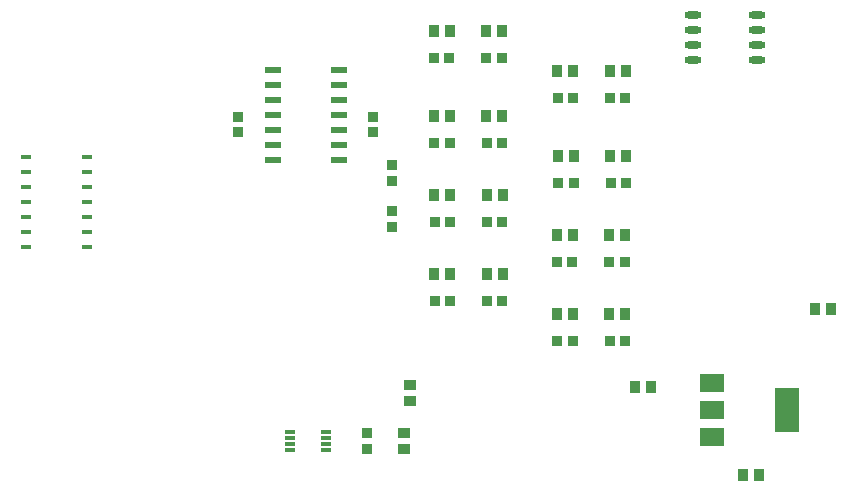
<source format=gbr>
%TF.GenerationSoftware,Altium Limited,Altium Designer,19.0.15 (446)*%
G04 Layer_Color=128*
%FSLAX26Y26*%
%MOIN*%
%TF.FileFunction,Paste,Bot*%
%TF.Part,Single*%
G01*
G75*
%TA.AperFunction,SMDPad,CuDef*%
%ADD10R,0.035433X0.039370*%
%ADD11R,0.039370X0.035433*%
%ADD20R,0.037402X0.033465*%
%ADD21R,0.033465X0.037402*%
%ADD22R,0.035000X0.016535*%
%ADD23R,0.057087X0.023622*%
%ADD24O,0.057087X0.023622*%
%ADD36R,0.078740X0.059055*%
%ADD37R,0.078740X0.149606*%
%ADD38R,0.035433X0.011811*%
D10*
X3145669Y376969D02*
D03*
X3198819D02*
D03*
X3506890Y82677D02*
D03*
X3560039D02*
D03*
X3744095Y636811D02*
D03*
X3797244D02*
D03*
X2703740Y753937D02*
D03*
X2650591D02*
D03*
X2476378D02*
D03*
X2529528D02*
D03*
X3114173Y1429134D02*
D03*
X3061024D02*
D03*
X2886811D02*
D03*
X2939961D02*
D03*
X2703740Y1017716D02*
D03*
X2650591D02*
D03*
X2476378D02*
D03*
X2529528D02*
D03*
X3116142Y1145669D02*
D03*
X3062992D02*
D03*
X2888779D02*
D03*
X2941929D02*
D03*
X2702756Y1279527D02*
D03*
X2649606D02*
D03*
X2475394D02*
D03*
X2528543D02*
D03*
X2701772Y1562992D02*
D03*
X2648622D02*
D03*
X2474409D02*
D03*
X2527559D02*
D03*
X3112205Y883858D02*
D03*
X3059055D02*
D03*
X2884843D02*
D03*
X2937992D02*
D03*
X2885827Y620079D02*
D03*
X2938976D02*
D03*
X3113189D02*
D03*
X3060039D02*
D03*
D11*
X2393701Y382874D02*
D03*
Y329724D02*
D03*
X2374213Y170276D02*
D03*
Y223425D02*
D03*
D20*
X2336614Y1116142D02*
D03*
Y1064961D02*
D03*
Y911417D02*
D03*
Y962598D02*
D03*
X2273622Y1227362D02*
D03*
Y1278543D02*
D03*
X1822835Y1227362D02*
D03*
Y1278543D02*
D03*
X2251968Y171260D02*
D03*
Y222441D02*
D03*
D21*
X2651575Y664370D02*
D03*
X2702756D02*
D03*
X2477362D02*
D03*
X2528543D02*
D03*
X3062008Y1339567D02*
D03*
X3113189D02*
D03*
X2887796D02*
D03*
X2938977D02*
D03*
X2651575Y928150D02*
D03*
X2702756D02*
D03*
X2477362D02*
D03*
X2528543D02*
D03*
X3063976Y1056102D02*
D03*
X3115157D02*
D03*
X2889764D02*
D03*
X2940945D02*
D03*
X2650591Y1189961D02*
D03*
X2701772D02*
D03*
X2476378D02*
D03*
X2527559D02*
D03*
X2649606Y1473425D02*
D03*
X2700787D02*
D03*
X2475394D02*
D03*
X2526575D02*
D03*
X3060039Y794291D02*
D03*
X3111220D02*
D03*
X2885827D02*
D03*
X2937008D02*
D03*
X2886811Y530512D02*
D03*
X2937992D02*
D03*
X3061024D02*
D03*
X3112205D02*
D03*
D22*
X1318898Y1143110D02*
D03*
Y1093110D02*
D03*
Y1043110D02*
D03*
Y993110D02*
D03*
Y943110D02*
D03*
Y893110D02*
D03*
Y843110D02*
D03*
X1114173Y1143110D02*
D03*
Y1093110D02*
D03*
Y1043110D02*
D03*
Y993110D02*
D03*
Y943110D02*
D03*
Y893110D02*
D03*
Y843110D02*
D03*
D23*
X2159449Y1434449D02*
D03*
Y1384449D02*
D03*
Y1334449D02*
D03*
Y1284449D02*
D03*
Y1234449D02*
D03*
Y1184449D02*
D03*
Y1134449D02*
D03*
X1938976Y1434449D02*
D03*
Y1384449D02*
D03*
Y1334449D02*
D03*
Y1284449D02*
D03*
Y1234449D02*
D03*
Y1184449D02*
D03*
Y1134449D02*
D03*
D24*
X3338583Y1466339D02*
D03*
Y1516339D02*
D03*
Y1566339D02*
D03*
Y1616339D02*
D03*
X3553150Y1466339D02*
D03*
Y1516339D02*
D03*
Y1566339D02*
D03*
Y1616339D02*
D03*
D36*
X3402559Y209646D02*
D03*
Y300197D02*
D03*
Y390748D02*
D03*
D37*
X3650591Y300197D02*
D03*
D38*
X2116142Y227362D02*
D03*
Y207677D02*
D03*
Y187992D02*
D03*
Y168307D02*
D03*
X1994094Y227362D02*
D03*
Y207677D02*
D03*
Y187992D02*
D03*
Y168307D02*
D03*
%TF.MD5,dba3a668fd843826ff465cd77dd94030*%
M02*

</source>
